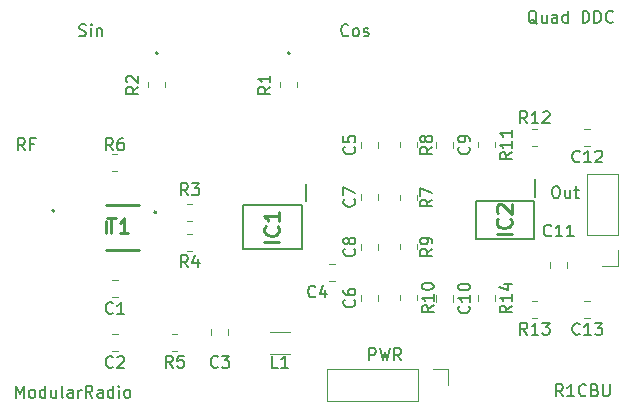
<source format=gbr>
%TF.GenerationSoftware,KiCad,Pcbnew,5.1.9-5.1.9*%
%TF.CreationDate,2021-02-06T15:34:09+03:00*%
%TF.ProjectId,qddc,71646463-2e6b-4696-9361-645f70636258,rev?*%
%TF.SameCoordinates,Original*%
%TF.FileFunction,Legend,Top*%
%TF.FilePolarity,Positive*%
%FSLAX46Y46*%
G04 Gerber Fmt 4.6, Leading zero omitted, Abs format (unit mm)*
G04 Created by KiCad (PCBNEW 5.1.9-5.1.9) date 2021-02-06 15:34:09*
%MOMM*%
%LPD*%
G01*
G04 APERTURE LIST*
%ADD10C,0.150000*%
%ADD11C,0.200000*%
%ADD12C,0.120000*%
%ADD13C,0.254000*%
%ADD14C,0.250000*%
G04 APERTURE END LIST*
D10*
X147510857Y-88812619D02*
X147415619Y-88765000D01*
X147320380Y-88669761D01*
X147177523Y-88526904D01*
X147082285Y-88479285D01*
X146987047Y-88479285D01*
X147034666Y-88717380D02*
X146939428Y-88669761D01*
X146844190Y-88574523D01*
X146796571Y-88384047D01*
X146796571Y-88050714D01*
X146844190Y-87860238D01*
X146939428Y-87765000D01*
X147034666Y-87717380D01*
X147225142Y-87717380D01*
X147320380Y-87765000D01*
X147415619Y-87860238D01*
X147463238Y-88050714D01*
X147463238Y-88384047D01*
X147415619Y-88574523D01*
X147320380Y-88669761D01*
X147225142Y-88717380D01*
X147034666Y-88717380D01*
X148320380Y-88050714D02*
X148320380Y-88717380D01*
X147891809Y-88050714D02*
X147891809Y-88574523D01*
X147939428Y-88669761D01*
X148034666Y-88717380D01*
X148177523Y-88717380D01*
X148272761Y-88669761D01*
X148320380Y-88622142D01*
X149225142Y-88717380D02*
X149225142Y-88193571D01*
X149177523Y-88098333D01*
X149082285Y-88050714D01*
X148891809Y-88050714D01*
X148796571Y-88098333D01*
X149225142Y-88669761D02*
X149129904Y-88717380D01*
X148891809Y-88717380D01*
X148796571Y-88669761D01*
X148748952Y-88574523D01*
X148748952Y-88479285D01*
X148796571Y-88384047D01*
X148891809Y-88336428D01*
X149129904Y-88336428D01*
X149225142Y-88288809D01*
X150129904Y-88717380D02*
X150129904Y-87717380D01*
X150129904Y-88669761D02*
X150034666Y-88717380D01*
X149844190Y-88717380D01*
X149748952Y-88669761D01*
X149701333Y-88622142D01*
X149653714Y-88526904D01*
X149653714Y-88241190D01*
X149701333Y-88145952D01*
X149748952Y-88098333D01*
X149844190Y-88050714D01*
X150034666Y-88050714D01*
X150129904Y-88098333D01*
X151368000Y-88717380D02*
X151368000Y-87717380D01*
X151606095Y-87717380D01*
X151748952Y-87765000D01*
X151844190Y-87860238D01*
X151891809Y-87955476D01*
X151939428Y-88145952D01*
X151939428Y-88288809D01*
X151891809Y-88479285D01*
X151844190Y-88574523D01*
X151748952Y-88669761D01*
X151606095Y-88717380D01*
X151368000Y-88717380D01*
X152368000Y-88717380D02*
X152368000Y-87717380D01*
X152606095Y-87717380D01*
X152748952Y-87765000D01*
X152844190Y-87860238D01*
X152891809Y-87955476D01*
X152939428Y-88145952D01*
X152939428Y-88288809D01*
X152891809Y-88479285D01*
X152844190Y-88574523D01*
X152748952Y-88669761D01*
X152606095Y-88717380D01*
X152368000Y-88717380D01*
X153939428Y-88622142D02*
X153891809Y-88669761D01*
X153748952Y-88717380D01*
X153653714Y-88717380D01*
X153510857Y-88669761D01*
X153415619Y-88574523D01*
X153368000Y-88479285D01*
X153320380Y-88288809D01*
X153320380Y-88145952D01*
X153368000Y-87955476D01*
X153415619Y-87860238D01*
X153510857Y-87765000D01*
X153653714Y-87717380D01*
X153748952Y-87717380D01*
X153891809Y-87765000D01*
X153939428Y-87812619D01*
X149693523Y-120340380D02*
X149360190Y-119864190D01*
X149122095Y-120340380D02*
X149122095Y-119340380D01*
X149503047Y-119340380D01*
X149598285Y-119388000D01*
X149645904Y-119435619D01*
X149693523Y-119530857D01*
X149693523Y-119673714D01*
X149645904Y-119768952D01*
X149598285Y-119816571D01*
X149503047Y-119864190D01*
X149122095Y-119864190D01*
X150645904Y-120340380D02*
X150074476Y-120340380D01*
X150360190Y-120340380D02*
X150360190Y-119340380D01*
X150264952Y-119483238D01*
X150169714Y-119578476D01*
X150074476Y-119626095D01*
X151645904Y-120245142D02*
X151598285Y-120292761D01*
X151455428Y-120340380D01*
X151360190Y-120340380D01*
X151217333Y-120292761D01*
X151122095Y-120197523D01*
X151074476Y-120102285D01*
X151026857Y-119911809D01*
X151026857Y-119768952D01*
X151074476Y-119578476D01*
X151122095Y-119483238D01*
X151217333Y-119388000D01*
X151360190Y-119340380D01*
X151455428Y-119340380D01*
X151598285Y-119388000D01*
X151645904Y-119435619D01*
X152407809Y-119816571D02*
X152550666Y-119864190D01*
X152598285Y-119911809D01*
X152645904Y-120007047D01*
X152645904Y-120149904D01*
X152598285Y-120245142D01*
X152550666Y-120292761D01*
X152455428Y-120340380D01*
X152074476Y-120340380D01*
X152074476Y-119340380D01*
X152407809Y-119340380D01*
X152503047Y-119388000D01*
X152550666Y-119435619D01*
X152598285Y-119530857D01*
X152598285Y-119626095D01*
X152550666Y-119721333D01*
X152503047Y-119768952D01*
X152407809Y-119816571D01*
X152074476Y-119816571D01*
X153074476Y-119340380D02*
X153074476Y-120149904D01*
X153122095Y-120245142D01*
X153169714Y-120292761D01*
X153264952Y-120340380D01*
X153455428Y-120340380D01*
X153550666Y-120292761D01*
X153598285Y-120245142D01*
X153645904Y-120149904D01*
X153645904Y-119340380D01*
X103394476Y-120467380D02*
X103394476Y-119467380D01*
X103727809Y-120181666D01*
X104061142Y-119467380D01*
X104061142Y-120467380D01*
X104680190Y-120467380D02*
X104584952Y-120419761D01*
X104537333Y-120372142D01*
X104489714Y-120276904D01*
X104489714Y-119991190D01*
X104537333Y-119895952D01*
X104584952Y-119848333D01*
X104680190Y-119800714D01*
X104823047Y-119800714D01*
X104918285Y-119848333D01*
X104965904Y-119895952D01*
X105013523Y-119991190D01*
X105013523Y-120276904D01*
X104965904Y-120372142D01*
X104918285Y-120419761D01*
X104823047Y-120467380D01*
X104680190Y-120467380D01*
X105870666Y-120467380D02*
X105870666Y-119467380D01*
X105870666Y-120419761D02*
X105775428Y-120467380D01*
X105584952Y-120467380D01*
X105489714Y-120419761D01*
X105442095Y-120372142D01*
X105394476Y-120276904D01*
X105394476Y-119991190D01*
X105442095Y-119895952D01*
X105489714Y-119848333D01*
X105584952Y-119800714D01*
X105775428Y-119800714D01*
X105870666Y-119848333D01*
X106775428Y-119800714D02*
X106775428Y-120467380D01*
X106346857Y-119800714D02*
X106346857Y-120324523D01*
X106394476Y-120419761D01*
X106489714Y-120467380D01*
X106632571Y-120467380D01*
X106727809Y-120419761D01*
X106775428Y-120372142D01*
X107394476Y-120467380D02*
X107299238Y-120419761D01*
X107251619Y-120324523D01*
X107251619Y-119467380D01*
X108204000Y-120467380D02*
X108204000Y-119943571D01*
X108156380Y-119848333D01*
X108061142Y-119800714D01*
X107870666Y-119800714D01*
X107775428Y-119848333D01*
X108204000Y-120419761D02*
X108108761Y-120467380D01*
X107870666Y-120467380D01*
X107775428Y-120419761D01*
X107727809Y-120324523D01*
X107727809Y-120229285D01*
X107775428Y-120134047D01*
X107870666Y-120086428D01*
X108108761Y-120086428D01*
X108204000Y-120038809D01*
X108680190Y-120467380D02*
X108680190Y-119800714D01*
X108680190Y-119991190D02*
X108727809Y-119895952D01*
X108775428Y-119848333D01*
X108870666Y-119800714D01*
X108965904Y-119800714D01*
X109870666Y-120467380D02*
X109537333Y-119991190D01*
X109299238Y-120467380D02*
X109299238Y-119467380D01*
X109680190Y-119467380D01*
X109775428Y-119515000D01*
X109823047Y-119562619D01*
X109870666Y-119657857D01*
X109870666Y-119800714D01*
X109823047Y-119895952D01*
X109775428Y-119943571D01*
X109680190Y-119991190D01*
X109299238Y-119991190D01*
X110727809Y-120467380D02*
X110727809Y-119943571D01*
X110680190Y-119848333D01*
X110584952Y-119800714D01*
X110394476Y-119800714D01*
X110299238Y-119848333D01*
X110727809Y-120419761D02*
X110632571Y-120467380D01*
X110394476Y-120467380D01*
X110299238Y-120419761D01*
X110251619Y-120324523D01*
X110251619Y-120229285D01*
X110299238Y-120134047D01*
X110394476Y-120086428D01*
X110632571Y-120086428D01*
X110727809Y-120038809D01*
X111632571Y-120467380D02*
X111632571Y-119467380D01*
X111632571Y-120419761D02*
X111537333Y-120467380D01*
X111346857Y-120467380D01*
X111251619Y-120419761D01*
X111204000Y-120372142D01*
X111156380Y-120276904D01*
X111156380Y-119991190D01*
X111204000Y-119895952D01*
X111251619Y-119848333D01*
X111346857Y-119800714D01*
X111537333Y-119800714D01*
X111632571Y-119848333D01*
X112108761Y-120467380D02*
X112108761Y-119800714D01*
X112108761Y-119467380D02*
X112061142Y-119515000D01*
X112108761Y-119562619D01*
X112156380Y-119515000D01*
X112108761Y-119467380D01*
X112108761Y-119562619D01*
X112727809Y-120467380D02*
X112632571Y-120419761D01*
X112584952Y-120372142D01*
X112537333Y-120276904D01*
X112537333Y-119991190D01*
X112584952Y-119895952D01*
X112632571Y-119848333D01*
X112727809Y-119800714D01*
X112870666Y-119800714D01*
X112965904Y-119848333D01*
X113013523Y-119895952D01*
X113061142Y-119991190D01*
X113061142Y-120276904D01*
X113013523Y-120372142D01*
X112965904Y-120419761D01*
X112870666Y-120467380D01*
X112727809Y-120467380D01*
D11*
%TO.C,Cos*%
X126592000Y-91300000D02*
G75*
G03*
X126592000Y-91300000I-100000J0D01*
G01*
%TO.C,Sin*%
X115416000Y-91300000D02*
G75*
G03*
X115416000Y-91300000I-100000J0D01*
G01*
%TO.C,RF*%
X106640000Y-104648000D02*
G75*
G03*
X106640000Y-104648000I-100000J0D01*
G01*
D12*
%TO.C,Out*%
X154365000Y-101540000D02*
X151705000Y-101540000D01*
X154365000Y-106680000D02*
X154365000Y-101540000D01*
X151705000Y-106680000D02*
X151705000Y-101540000D01*
X154365000Y-106680000D02*
X151705000Y-106680000D01*
X154365000Y-107950000D02*
X154365000Y-109280000D01*
X154365000Y-109280000D02*
X153035000Y-109280000D01*
%TO.C,C5*%
X132615000Y-99321252D02*
X132615000Y-98798748D01*
X134085000Y-99321252D02*
X134085000Y-98798748D01*
D11*
%TO.C,IC2*%
X147360000Y-101935000D02*
X147360000Y-103462000D01*
X142328000Y-103812000D02*
X147232000Y-103812000D01*
X142328000Y-107008000D02*
X142328000Y-103812000D01*
X147232000Y-107008000D02*
X142328000Y-107008000D01*
X147232000Y-103812000D02*
X147232000Y-107008000D01*
D12*
%TO.C,C1*%
X112021252Y-111987000D02*
X111498748Y-111987000D01*
X112021252Y-110517000D02*
X111498748Y-110517000D01*
%TO.C,C2*%
X112021252Y-115089000D02*
X111498748Y-115089000D01*
X112021252Y-116559000D02*
X111498748Y-116559000D01*
%TO.C,C3*%
X121385000Y-115196252D02*
X121385000Y-114673748D01*
X119915000Y-115196252D02*
X119915000Y-114673748D01*
%TO.C,C4*%
X130436252Y-109120000D02*
X129913748Y-109120000D01*
X130436252Y-110590000D02*
X129913748Y-110590000D01*
%TO.C,C6*%
X132615000Y-112275252D02*
X132615000Y-111752748D01*
X134085000Y-112275252D02*
X134085000Y-111752748D01*
%TO.C,C7*%
X134085000Y-103766252D02*
X134085000Y-103243748D01*
X132615000Y-103766252D02*
X132615000Y-103243748D01*
%TO.C,C8*%
X132615000Y-107957252D02*
X132615000Y-107434748D01*
X134085000Y-107957252D02*
X134085000Y-107434748D01*
%TO.C,C9*%
X140435000Y-98798748D02*
X140435000Y-99321252D01*
X138965000Y-98798748D02*
X138965000Y-99321252D01*
%TO.C,C10*%
X138965000Y-111813748D02*
X138965000Y-112336252D01*
X140435000Y-111813748D02*
X140435000Y-112336252D01*
%TO.C,C11*%
X148617000Y-109481252D02*
X148617000Y-108958748D01*
X150087000Y-109481252D02*
X150087000Y-108958748D01*
%TO.C,C12*%
X152026252Y-97690000D02*
X151503748Y-97690000D01*
X152026252Y-99160000D02*
X151503748Y-99160000D01*
%TO.C,C13*%
X152026252Y-113765000D02*
X151503748Y-113765000D01*
X152026252Y-112295000D02*
X151503748Y-112295000D01*
D11*
%TO.C,IC1*%
X127945000Y-102395000D02*
X127945000Y-103845000D01*
X122595000Y-104195000D02*
X127595000Y-104195000D01*
X122595000Y-107895000D02*
X122595000Y-104195000D01*
X127595000Y-107895000D02*
X122595000Y-107895000D01*
X127595000Y-104195000D02*
X127595000Y-107895000D01*
D12*
%TO.C,PWR*%
X129734000Y-118050000D02*
X129734000Y-120710000D01*
X137414000Y-118050000D02*
X129734000Y-118050000D01*
X137414000Y-120710000D02*
X129734000Y-120710000D01*
X137414000Y-118050000D02*
X137414000Y-120710000D01*
X138684000Y-118050000D02*
X140014000Y-118050000D01*
X140014000Y-118050000D02*
X140014000Y-119380000D01*
%TO.C,L1*%
X124894758Y-114914000D02*
X126565242Y-114914000D01*
X124894758Y-116734000D02*
X126565242Y-116734000D01*
%TO.C,R1*%
X127227000Y-94207064D02*
X127227000Y-93752936D01*
X125757000Y-94207064D02*
X125757000Y-93752936D01*
%TO.C,R2*%
X114581000Y-94207064D02*
X114581000Y-93752936D01*
X116051000Y-94207064D02*
X116051000Y-93752936D01*
%TO.C,R3*%
X118337064Y-105510000D02*
X117882936Y-105510000D01*
X118337064Y-104040000D02*
X117882936Y-104040000D01*
%TO.C,R4*%
X118337064Y-106580000D02*
X117882936Y-106580000D01*
X118337064Y-108050000D02*
X117882936Y-108050000D01*
%TO.C,R5*%
X117067064Y-115089000D02*
X116612936Y-115089000D01*
X117067064Y-116559000D02*
X116612936Y-116559000D01*
%TO.C,R6*%
X111987064Y-101319000D02*
X111532936Y-101319000D01*
X111987064Y-99849000D02*
X111532936Y-99849000D01*
%TO.C,R7*%
X135917000Y-103755564D02*
X135917000Y-103301436D01*
X137387000Y-103755564D02*
X137387000Y-103301436D01*
%TO.C,R8*%
X137387000Y-99287064D02*
X137387000Y-98832936D01*
X135917000Y-99287064D02*
X135917000Y-98832936D01*
%TO.C,R9*%
X137387000Y-107468936D02*
X137387000Y-107923064D01*
X135917000Y-107468936D02*
X135917000Y-107923064D01*
%TO.C,R10*%
X135917000Y-111786936D02*
X135917000Y-112241064D01*
X137387000Y-111786936D02*
X137387000Y-112241064D01*
%TO.C,R11*%
X142521000Y-98832936D02*
X142521000Y-99287064D01*
X143991000Y-98832936D02*
X143991000Y-99287064D01*
%TO.C,R12*%
X147092936Y-97690000D02*
X147547064Y-97690000D01*
X147092936Y-99160000D02*
X147547064Y-99160000D01*
%TO.C,R13*%
X147547064Y-112295000D02*
X147092936Y-112295000D01*
X147547064Y-113765000D02*
X147092936Y-113765000D01*
%TO.C,R14*%
X142521000Y-112264564D02*
X142521000Y-111810436D01*
X143991000Y-112264564D02*
X143991000Y-111810436D01*
D13*
%TO.C,T1*%
X115234950Y-104775000D02*
G75*
G03*
X115234950Y-104775000I-63950J0D01*
G01*
D14*
X111000000Y-105545000D02*
X111000000Y-106545000D01*
X113790000Y-107950000D02*
X111000000Y-107950000D01*
X111000000Y-104140000D02*
X113790000Y-104140000D01*
%TD*%
%TO.C,Cos*%
D10*
X131532380Y-89765142D02*
X131484761Y-89812761D01*
X131341904Y-89860380D01*
X131246666Y-89860380D01*
X131103809Y-89812761D01*
X131008571Y-89717523D01*
X130960952Y-89622285D01*
X130913333Y-89431809D01*
X130913333Y-89288952D01*
X130960952Y-89098476D01*
X131008571Y-89003238D01*
X131103809Y-88908000D01*
X131246666Y-88860380D01*
X131341904Y-88860380D01*
X131484761Y-88908000D01*
X131532380Y-88955619D01*
X132103809Y-89860380D02*
X132008571Y-89812761D01*
X131960952Y-89765142D01*
X131913333Y-89669904D01*
X131913333Y-89384190D01*
X131960952Y-89288952D01*
X132008571Y-89241333D01*
X132103809Y-89193714D01*
X132246666Y-89193714D01*
X132341904Y-89241333D01*
X132389523Y-89288952D01*
X132437142Y-89384190D01*
X132437142Y-89669904D01*
X132389523Y-89765142D01*
X132341904Y-89812761D01*
X132246666Y-89860380D01*
X132103809Y-89860380D01*
X132818095Y-89812761D02*
X132913333Y-89860380D01*
X133103809Y-89860380D01*
X133199047Y-89812761D01*
X133246666Y-89717523D01*
X133246666Y-89669904D01*
X133199047Y-89574666D01*
X133103809Y-89527047D01*
X132960952Y-89527047D01*
X132865714Y-89479428D01*
X132818095Y-89384190D01*
X132818095Y-89336571D01*
X132865714Y-89241333D01*
X132960952Y-89193714D01*
X133103809Y-89193714D01*
X133199047Y-89241333D01*
%TO.C,Sin*%
X108751809Y-89812761D02*
X108894666Y-89860380D01*
X109132761Y-89860380D01*
X109228000Y-89812761D01*
X109275619Y-89765142D01*
X109323238Y-89669904D01*
X109323238Y-89574666D01*
X109275619Y-89479428D01*
X109228000Y-89431809D01*
X109132761Y-89384190D01*
X108942285Y-89336571D01*
X108847047Y-89288952D01*
X108799428Y-89241333D01*
X108751809Y-89146095D01*
X108751809Y-89050857D01*
X108799428Y-88955619D01*
X108847047Y-88908000D01*
X108942285Y-88860380D01*
X109180380Y-88860380D01*
X109323238Y-88908000D01*
X109751809Y-89860380D02*
X109751809Y-89193714D01*
X109751809Y-88860380D02*
X109704190Y-88908000D01*
X109751809Y-88955619D01*
X109799428Y-88908000D01*
X109751809Y-88860380D01*
X109751809Y-88955619D01*
X110228000Y-89193714D02*
X110228000Y-89860380D01*
X110228000Y-89288952D02*
X110275619Y-89241333D01*
X110370857Y-89193714D01*
X110513714Y-89193714D01*
X110608952Y-89241333D01*
X110656571Y-89336571D01*
X110656571Y-89860380D01*
%TO.C,RF*%
X104147952Y-99512380D02*
X103814619Y-99036190D01*
X103576523Y-99512380D02*
X103576523Y-98512380D01*
X103957476Y-98512380D01*
X104052714Y-98560000D01*
X104100333Y-98607619D01*
X104147952Y-98702857D01*
X104147952Y-98845714D01*
X104100333Y-98940952D01*
X104052714Y-98988571D01*
X103957476Y-99036190D01*
X103576523Y-99036190D01*
X104909857Y-98988571D02*
X104576523Y-98988571D01*
X104576523Y-99512380D02*
X104576523Y-98512380D01*
X105052714Y-98512380D01*
%TO.C,Out*%
X149026666Y-102576380D02*
X149217142Y-102576380D01*
X149312380Y-102624000D01*
X149407619Y-102719238D01*
X149455238Y-102909714D01*
X149455238Y-103243047D01*
X149407619Y-103433523D01*
X149312380Y-103528761D01*
X149217142Y-103576380D01*
X149026666Y-103576380D01*
X148931428Y-103528761D01*
X148836190Y-103433523D01*
X148788571Y-103243047D01*
X148788571Y-102909714D01*
X148836190Y-102719238D01*
X148931428Y-102624000D01*
X149026666Y-102576380D01*
X150312380Y-102909714D02*
X150312380Y-103576380D01*
X149883809Y-102909714D02*
X149883809Y-103433523D01*
X149931428Y-103528761D01*
X150026666Y-103576380D01*
X150169523Y-103576380D01*
X150264761Y-103528761D01*
X150312380Y-103481142D01*
X150645714Y-102909714D02*
X151026666Y-102909714D01*
X150788571Y-102576380D02*
X150788571Y-103433523D01*
X150836190Y-103528761D01*
X150931428Y-103576380D01*
X151026666Y-103576380D01*
%TO.C,C5*%
X132027142Y-99226666D02*
X132074761Y-99274285D01*
X132122380Y-99417142D01*
X132122380Y-99512380D01*
X132074761Y-99655238D01*
X131979523Y-99750476D01*
X131884285Y-99798095D01*
X131693809Y-99845714D01*
X131550952Y-99845714D01*
X131360476Y-99798095D01*
X131265238Y-99750476D01*
X131170000Y-99655238D01*
X131122380Y-99512380D01*
X131122380Y-99417142D01*
X131170000Y-99274285D01*
X131217619Y-99226666D01*
X131122380Y-98321904D02*
X131122380Y-98798095D01*
X131598571Y-98845714D01*
X131550952Y-98798095D01*
X131503333Y-98702857D01*
X131503333Y-98464761D01*
X131550952Y-98369523D01*
X131598571Y-98321904D01*
X131693809Y-98274285D01*
X131931904Y-98274285D01*
X132027142Y-98321904D01*
X132074761Y-98369523D01*
X132122380Y-98464761D01*
X132122380Y-98702857D01*
X132074761Y-98798095D01*
X132027142Y-98845714D01*
%TO.C,IC2*%
D13*
X145354523Y-106649761D02*
X144084523Y-106649761D01*
X145233571Y-105319285D02*
X145294047Y-105379761D01*
X145354523Y-105561190D01*
X145354523Y-105682142D01*
X145294047Y-105863571D01*
X145173095Y-105984523D01*
X145052142Y-106045000D01*
X144810238Y-106105476D01*
X144628809Y-106105476D01*
X144386904Y-106045000D01*
X144265952Y-105984523D01*
X144145000Y-105863571D01*
X144084523Y-105682142D01*
X144084523Y-105561190D01*
X144145000Y-105379761D01*
X144205476Y-105319285D01*
X144205476Y-104835476D02*
X144145000Y-104775000D01*
X144084523Y-104654047D01*
X144084523Y-104351666D01*
X144145000Y-104230714D01*
X144205476Y-104170238D01*
X144326428Y-104109761D01*
X144447380Y-104109761D01*
X144628809Y-104170238D01*
X145354523Y-104895952D01*
X145354523Y-104109761D01*
%TO.C,C1*%
D10*
X111593333Y-113289142D02*
X111545714Y-113336761D01*
X111402857Y-113384380D01*
X111307619Y-113384380D01*
X111164761Y-113336761D01*
X111069523Y-113241523D01*
X111021904Y-113146285D01*
X110974285Y-112955809D01*
X110974285Y-112812952D01*
X111021904Y-112622476D01*
X111069523Y-112527238D01*
X111164761Y-112432000D01*
X111307619Y-112384380D01*
X111402857Y-112384380D01*
X111545714Y-112432000D01*
X111593333Y-112479619D01*
X112545714Y-113384380D02*
X111974285Y-113384380D01*
X112260000Y-113384380D02*
X112260000Y-112384380D01*
X112164761Y-112527238D01*
X112069523Y-112622476D01*
X111974285Y-112670095D01*
%TO.C,C2*%
X111593333Y-117861142D02*
X111545714Y-117908761D01*
X111402857Y-117956380D01*
X111307619Y-117956380D01*
X111164761Y-117908761D01*
X111069523Y-117813523D01*
X111021904Y-117718285D01*
X110974285Y-117527809D01*
X110974285Y-117384952D01*
X111021904Y-117194476D01*
X111069523Y-117099238D01*
X111164761Y-117004000D01*
X111307619Y-116956380D01*
X111402857Y-116956380D01*
X111545714Y-117004000D01*
X111593333Y-117051619D01*
X111974285Y-117051619D02*
X112021904Y-117004000D01*
X112117142Y-116956380D01*
X112355238Y-116956380D01*
X112450476Y-117004000D01*
X112498095Y-117051619D01*
X112545714Y-117146857D01*
X112545714Y-117242095D01*
X112498095Y-117384952D01*
X111926666Y-117956380D01*
X112545714Y-117956380D01*
%TO.C,C3*%
X120483333Y-117832142D02*
X120435714Y-117879761D01*
X120292857Y-117927380D01*
X120197619Y-117927380D01*
X120054761Y-117879761D01*
X119959523Y-117784523D01*
X119911904Y-117689285D01*
X119864285Y-117498809D01*
X119864285Y-117355952D01*
X119911904Y-117165476D01*
X119959523Y-117070238D01*
X120054761Y-116975000D01*
X120197619Y-116927380D01*
X120292857Y-116927380D01*
X120435714Y-116975000D01*
X120483333Y-117022619D01*
X120816666Y-116927380D02*
X121435714Y-116927380D01*
X121102380Y-117308333D01*
X121245238Y-117308333D01*
X121340476Y-117355952D01*
X121388095Y-117403571D01*
X121435714Y-117498809D01*
X121435714Y-117736904D01*
X121388095Y-117832142D01*
X121340476Y-117879761D01*
X121245238Y-117927380D01*
X120959523Y-117927380D01*
X120864285Y-117879761D01*
X120816666Y-117832142D01*
%TO.C,C4*%
X128738333Y-111892142D02*
X128690714Y-111939761D01*
X128547857Y-111987380D01*
X128452619Y-111987380D01*
X128309761Y-111939761D01*
X128214523Y-111844523D01*
X128166904Y-111749285D01*
X128119285Y-111558809D01*
X128119285Y-111415952D01*
X128166904Y-111225476D01*
X128214523Y-111130238D01*
X128309761Y-111035000D01*
X128452619Y-110987380D01*
X128547857Y-110987380D01*
X128690714Y-111035000D01*
X128738333Y-111082619D01*
X129595476Y-111320714D02*
X129595476Y-111987380D01*
X129357380Y-110939761D02*
X129119285Y-111654047D01*
X129738333Y-111654047D01*
%TO.C,C6*%
X132027142Y-112180666D02*
X132074761Y-112228285D01*
X132122380Y-112371142D01*
X132122380Y-112466380D01*
X132074761Y-112609238D01*
X131979523Y-112704476D01*
X131884285Y-112752095D01*
X131693809Y-112799714D01*
X131550952Y-112799714D01*
X131360476Y-112752095D01*
X131265238Y-112704476D01*
X131170000Y-112609238D01*
X131122380Y-112466380D01*
X131122380Y-112371142D01*
X131170000Y-112228285D01*
X131217619Y-112180666D01*
X131122380Y-111323523D02*
X131122380Y-111514000D01*
X131170000Y-111609238D01*
X131217619Y-111656857D01*
X131360476Y-111752095D01*
X131550952Y-111799714D01*
X131931904Y-111799714D01*
X132027142Y-111752095D01*
X132074761Y-111704476D01*
X132122380Y-111609238D01*
X132122380Y-111418761D01*
X132074761Y-111323523D01*
X132027142Y-111275904D01*
X131931904Y-111228285D01*
X131693809Y-111228285D01*
X131598571Y-111275904D01*
X131550952Y-111323523D01*
X131503333Y-111418761D01*
X131503333Y-111609238D01*
X131550952Y-111704476D01*
X131598571Y-111752095D01*
X131693809Y-111799714D01*
%TO.C,C7*%
X132027142Y-103671666D02*
X132074761Y-103719285D01*
X132122380Y-103862142D01*
X132122380Y-103957380D01*
X132074761Y-104100238D01*
X131979523Y-104195476D01*
X131884285Y-104243095D01*
X131693809Y-104290714D01*
X131550952Y-104290714D01*
X131360476Y-104243095D01*
X131265238Y-104195476D01*
X131170000Y-104100238D01*
X131122380Y-103957380D01*
X131122380Y-103862142D01*
X131170000Y-103719285D01*
X131217619Y-103671666D01*
X131122380Y-103338333D02*
X131122380Y-102671666D01*
X132122380Y-103100238D01*
%TO.C,C8*%
X132027142Y-107862666D02*
X132074761Y-107910285D01*
X132122380Y-108053142D01*
X132122380Y-108148380D01*
X132074761Y-108291238D01*
X131979523Y-108386476D01*
X131884285Y-108434095D01*
X131693809Y-108481714D01*
X131550952Y-108481714D01*
X131360476Y-108434095D01*
X131265238Y-108386476D01*
X131170000Y-108291238D01*
X131122380Y-108148380D01*
X131122380Y-108053142D01*
X131170000Y-107910285D01*
X131217619Y-107862666D01*
X131550952Y-107291238D02*
X131503333Y-107386476D01*
X131455714Y-107434095D01*
X131360476Y-107481714D01*
X131312857Y-107481714D01*
X131217619Y-107434095D01*
X131170000Y-107386476D01*
X131122380Y-107291238D01*
X131122380Y-107100761D01*
X131170000Y-107005523D01*
X131217619Y-106957904D01*
X131312857Y-106910285D01*
X131360476Y-106910285D01*
X131455714Y-106957904D01*
X131503333Y-107005523D01*
X131550952Y-107100761D01*
X131550952Y-107291238D01*
X131598571Y-107386476D01*
X131646190Y-107434095D01*
X131741428Y-107481714D01*
X131931904Y-107481714D01*
X132027142Y-107434095D01*
X132074761Y-107386476D01*
X132122380Y-107291238D01*
X132122380Y-107100761D01*
X132074761Y-107005523D01*
X132027142Y-106957904D01*
X131931904Y-106910285D01*
X131741428Y-106910285D01*
X131646190Y-106957904D01*
X131598571Y-107005523D01*
X131550952Y-107100761D01*
%TO.C,C9*%
X141737142Y-99226666D02*
X141784761Y-99274285D01*
X141832380Y-99417142D01*
X141832380Y-99512380D01*
X141784761Y-99655238D01*
X141689523Y-99750476D01*
X141594285Y-99798095D01*
X141403809Y-99845714D01*
X141260952Y-99845714D01*
X141070476Y-99798095D01*
X140975238Y-99750476D01*
X140880000Y-99655238D01*
X140832380Y-99512380D01*
X140832380Y-99417142D01*
X140880000Y-99274285D01*
X140927619Y-99226666D01*
X141832380Y-98750476D02*
X141832380Y-98560000D01*
X141784761Y-98464761D01*
X141737142Y-98417142D01*
X141594285Y-98321904D01*
X141403809Y-98274285D01*
X141022857Y-98274285D01*
X140927619Y-98321904D01*
X140880000Y-98369523D01*
X140832380Y-98464761D01*
X140832380Y-98655238D01*
X140880000Y-98750476D01*
X140927619Y-98798095D01*
X141022857Y-98845714D01*
X141260952Y-98845714D01*
X141356190Y-98798095D01*
X141403809Y-98750476D01*
X141451428Y-98655238D01*
X141451428Y-98464761D01*
X141403809Y-98369523D01*
X141356190Y-98321904D01*
X141260952Y-98274285D01*
%TO.C,C10*%
X141737142Y-112717857D02*
X141784761Y-112765476D01*
X141832380Y-112908333D01*
X141832380Y-113003571D01*
X141784761Y-113146428D01*
X141689523Y-113241666D01*
X141594285Y-113289285D01*
X141403809Y-113336904D01*
X141260952Y-113336904D01*
X141070476Y-113289285D01*
X140975238Y-113241666D01*
X140880000Y-113146428D01*
X140832380Y-113003571D01*
X140832380Y-112908333D01*
X140880000Y-112765476D01*
X140927619Y-112717857D01*
X141832380Y-111765476D02*
X141832380Y-112336904D01*
X141832380Y-112051190D02*
X140832380Y-112051190D01*
X140975238Y-112146428D01*
X141070476Y-112241666D01*
X141118095Y-112336904D01*
X140832380Y-111146428D02*
X140832380Y-111051190D01*
X140880000Y-110955952D01*
X140927619Y-110908333D01*
X141022857Y-110860714D01*
X141213333Y-110813095D01*
X141451428Y-110813095D01*
X141641904Y-110860714D01*
X141737142Y-110908333D01*
X141784761Y-110955952D01*
X141832380Y-111051190D01*
X141832380Y-111146428D01*
X141784761Y-111241666D01*
X141737142Y-111289285D01*
X141641904Y-111336904D01*
X141451428Y-111384523D01*
X141213333Y-111384523D01*
X141022857Y-111336904D01*
X140927619Y-111289285D01*
X140880000Y-111241666D01*
X140832380Y-111146428D01*
%TO.C,C11*%
X148709142Y-106722142D02*
X148661523Y-106769761D01*
X148518666Y-106817380D01*
X148423428Y-106817380D01*
X148280571Y-106769761D01*
X148185333Y-106674523D01*
X148137714Y-106579285D01*
X148090095Y-106388809D01*
X148090095Y-106245952D01*
X148137714Y-106055476D01*
X148185333Y-105960238D01*
X148280571Y-105865000D01*
X148423428Y-105817380D01*
X148518666Y-105817380D01*
X148661523Y-105865000D01*
X148709142Y-105912619D01*
X149661523Y-106817380D02*
X149090095Y-106817380D01*
X149375809Y-106817380D02*
X149375809Y-105817380D01*
X149280571Y-105960238D01*
X149185333Y-106055476D01*
X149090095Y-106103095D01*
X150613904Y-106817380D02*
X150042476Y-106817380D01*
X150328190Y-106817380D02*
X150328190Y-105817380D01*
X150232952Y-105960238D01*
X150137714Y-106055476D01*
X150042476Y-106103095D01*
%TO.C,C12*%
X151122142Y-100462142D02*
X151074523Y-100509761D01*
X150931666Y-100557380D01*
X150836428Y-100557380D01*
X150693571Y-100509761D01*
X150598333Y-100414523D01*
X150550714Y-100319285D01*
X150503095Y-100128809D01*
X150503095Y-99985952D01*
X150550714Y-99795476D01*
X150598333Y-99700238D01*
X150693571Y-99605000D01*
X150836428Y-99557380D01*
X150931666Y-99557380D01*
X151074523Y-99605000D01*
X151122142Y-99652619D01*
X152074523Y-100557380D02*
X151503095Y-100557380D01*
X151788809Y-100557380D02*
X151788809Y-99557380D01*
X151693571Y-99700238D01*
X151598333Y-99795476D01*
X151503095Y-99843095D01*
X152455476Y-99652619D02*
X152503095Y-99605000D01*
X152598333Y-99557380D01*
X152836428Y-99557380D01*
X152931666Y-99605000D01*
X152979285Y-99652619D01*
X153026904Y-99747857D01*
X153026904Y-99843095D01*
X152979285Y-99985952D01*
X152407857Y-100557380D01*
X153026904Y-100557380D01*
%TO.C,C13*%
X151122142Y-115067142D02*
X151074523Y-115114761D01*
X150931666Y-115162380D01*
X150836428Y-115162380D01*
X150693571Y-115114761D01*
X150598333Y-115019523D01*
X150550714Y-114924285D01*
X150503095Y-114733809D01*
X150503095Y-114590952D01*
X150550714Y-114400476D01*
X150598333Y-114305238D01*
X150693571Y-114210000D01*
X150836428Y-114162380D01*
X150931666Y-114162380D01*
X151074523Y-114210000D01*
X151122142Y-114257619D01*
X152074523Y-115162380D02*
X151503095Y-115162380D01*
X151788809Y-115162380D02*
X151788809Y-114162380D01*
X151693571Y-114305238D01*
X151598333Y-114400476D01*
X151503095Y-114448095D01*
X152407857Y-114162380D02*
X153026904Y-114162380D01*
X152693571Y-114543333D01*
X152836428Y-114543333D01*
X152931666Y-114590952D01*
X152979285Y-114638571D01*
X153026904Y-114733809D01*
X153026904Y-114971904D01*
X152979285Y-115067142D01*
X152931666Y-115114761D01*
X152836428Y-115162380D01*
X152550714Y-115162380D01*
X152455476Y-115114761D01*
X152407857Y-115067142D01*
%TO.C,IC1*%
D13*
X125669523Y-107284761D02*
X124399523Y-107284761D01*
X125548571Y-105954285D02*
X125609047Y-106014761D01*
X125669523Y-106196190D01*
X125669523Y-106317142D01*
X125609047Y-106498571D01*
X125488095Y-106619523D01*
X125367142Y-106680000D01*
X125125238Y-106740476D01*
X124943809Y-106740476D01*
X124701904Y-106680000D01*
X124580952Y-106619523D01*
X124460000Y-106498571D01*
X124399523Y-106317142D01*
X124399523Y-106196190D01*
X124460000Y-106014761D01*
X124520476Y-105954285D01*
X125669523Y-104744761D02*
X125669523Y-105470476D01*
X125669523Y-105107619D02*
X124399523Y-105107619D01*
X124580952Y-105228571D01*
X124701904Y-105349523D01*
X124762380Y-105470476D01*
%TO.C,PWR*%
D10*
X133286666Y-117292380D02*
X133286666Y-116292380D01*
X133667619Y-116292380D01*
X133762857Y-116340000D01*
X133810476Y-116387619D01*
X133858095Y-116482857D01*
X133858095Y-116625714D01*
X133810476Y-116720952D01*
X133762857Y-116768571D01*
X133667619Y-116816190D01*
X133286666Y-116816190D01*
X134191428Y-116292380D02*
X134429523Y-117292380D01*
X134620000Y-116578095D01*
X134810476Y-117292380D01*
X135048571Y-116292380D01*
X136000952Y-117292380D02*
X135667619Y-116816190D01*
X135429523Y-117292380D02*
X135429523Y-116292380D01*
X135810476Y-116292380D01*
X135905714Y-116340000D01*
X135953333Y-116387619D01*
X136000952Y-116482857D01*
X136000952Y-116625714D01*
X135953333Y-116720952D01*
X135905714Y-116768571D01*
X135810476Y-116816190D01*
X135429523Y-116816190D01*
%TO.C,L1*%
X125563333Y-117927380D02*
X125087142Y-117927380D01*
X125087142Y-116927380D01*
X126420476Y-117927380D02*
X125849047Y-117927380D01*
X126134761Y-117927380D02*
X126134761Y-116927380D01*
X126039523Y-117070238D01*
X125944285Y-117165476D01*
X125849047Y-117213095D01*
%TO.C,R1*%
X124912380Y-94146666D02*
X124436190Y-94480000D01*
X124912380Y-94718095D02*
X123912380Y-94718095D01*
X123912380Y-94337142D01*
X123960000Y-94241904D01*
X124007619Y-94194285D01*
X124102857Y-94146666D01*
X124245714Y-94146666D01*
X124340952Y-94194285D01*
X124388571Y-94241904D01*
X124436190Y-94337142D01*
X124436190Y-94718095D01*
X124912380Y-93194285D02*
X124912380Y-93765714D01*
X124912380Y-93480000D02*
X123912380Y-93480000D01*
X124055238Y-93575238D01*
X124150476Y-93670476D01*
X124198095Y-93765714D01*
%TO.C,R2*%
X113736380Y-94146666D02*
X113260190Y-94480000D01*
X113736380Y-94718095D02*
X112736380Y-94718095D01*
X112736380Y-94337142D01*
X112784000Y-94241904D01*
X112831619Y-94194285D01*
X112926857Y-94146666D01*
X113069714Y-94146666D01*
X113164952Y-94194285D01*
X113212571Y-94241904D01*
X113260190Y-94337142D01*
X113260190Y-94718095D01*
X112831619Y-93765714D02*
X112784000Y-93718095D01*
X112736380Y-93622857D01*
X112736380Y-93384761D01*
X112784000Y-93289523D01*
X112831619Y-93241904D01*
X112926857Y-93194285D01*
X113022095Y-93194285D01*
X113164952Y-93241904D01*
X113736380Y-93813333D01*
X113736380Y-93194285D01*
%TO.C,R3*%
X117943333Y-103322380D02*
X117610000Y-102846190D01*
X117371904Y-103322380D02*
X117371904Y-102322380D01*
X117752857Y-102322380D01*
X117848095Y-102370000D01*
X117895714Y-102417619D01*
X117943333Y-102512857D01*
X117943333Y-102655714D01*
X117895714Y-102750952D01*
X117848095Y-102798571D01*
X117752857Y-102846190D01*
X117371904Y-102846190D01*
X118276666Y-102322380D02*
X118895714Y-102322380D01*
X118562380Y-102703333D01*
X118705238Y-102703333D01*
X118800476Y-102750952D01*
X118848095Y-102798571D01*
X118895714Y-102893809D01*
X118895714Y-103131904D01*
X118848095Y-103227142D01*
X118800476Y-103274761D01*
X118705238Y-103322380D01*
X118419523Y-103322380D01*
X118324285Y-103274761D01*
X118276666Y-103227142D01*
%TO.C,R4*%
X117943333Y-109417380D02*
X117610000Y-108941190D01*
X117371904Y-109417380D02*
X117371904Y-108417380D01*
X117752857Y-108417380D01*
X117848095Y-108465000D01*
X117895714Y-108512619D01*
X117943333Y-108607857D01*
X117943333Y-108750714D01*
X117895714Y-108845952D01*
X117848095Y-108893571D01*
X117752857Y-108941190D01*
X117371904Y-108941190D01*
X118800476Y-108750714D02*
X118800476Y-109417380D01*
X118562380Y-108369761D02*
X118324285Y-109084047D01*
X118943333Y-109084047D01*
%TO.C,R5*%
X116673333Y-117926380D02*
X116340000Y-117450190D01*
X116101904Y-117926380D02*
X116101904Y-116926380D01*
X116482857Y-116926380D01*
X116578095Y-116974000D01*
X116625714Y-117021619D01*
X116673333Y-117116857D01*
X116673333Y-117259714D01*
X116625714Y-117354952D01*
X116578095Y-117402571D01*
X116482857Y-117450190D01*
X116101904Y-117450190D01*
X117578095Y-116926380D02*
X117101904Y-116926380D01*
X117054285Y-117402571D01*
X117101904Y-117354952D01*
X117197142Y-117307333D01*
X117435238Y-117307333D01*
X117530476Y-117354952D01*
X117578095Y-117402571D01*
X117625714Y-117497809D01*
X117625714Y-117735904D01*
X117578095Y-117831142D01*
X117530476Y-117878761D01*
X117435238Y-117926380D01*
X117197142Y-117926380D01*
X117101904Y-117878761D01*
X117054285Y-117831142D01*
%TO.C,R6*%
X111593333Y-99512380D02*
X111260000Y-99036190D01*
X111021904Y-99512380D02*
X111021904Y-98512380D01*
X111402857Y-98512380D01*
X111498095Y-98560000D01*
X111545714Y-98607619D01*
X111593333Y-98702857D01*
X111593333Y-98845714D01*
X111545714Y-98940952D01*
X111498095Y-98988571D01*
X111402857Y-99036190D01*
X111021904Y-99036190D01*
X112450476Y-98512380D02*
X112260000Y-98512380D01*
X112164761Y-98560000D01*
X112117142Y-98607619D01*
X112021904Y-98750476D01*
X111974285Y-98940952D01*
X111974285Y-99321904D01*
X112021904Y-99417142D01*
X112069523Y-99464761D01*
X112164761Y-99512380D01*
X112355238Y-99512380D01*
X112450476Y-99464761D01*
X112498095Y-99417142D01*
X112545714Y-99321904D01*
X112545714Y-99083809D01*
X112498095Y-98988571D01*
X112450476Y-98940952D01*
X112355238Y-98893333D01*
X112164761Y-98893333D01*
X112069523Y-98940952D01*
X112021904Y-98988571D01*
X111974285Y-99083809D01*
%TO.C,R7*%
X138628380Y-103695166D02*
X138152190Y-104028500D01*
X138628380Y-104266595D02*
X137628380Y-104266595D01*
X137628380Y-103885642D01*
X137676000Y-103790404D01*
X137723619Y-103742785D01*
X137818857Y-103695166D01*
X137961714Y-103695166D01*
X138056952Y-103742785D01*
X138104571Y-103790404D01*
X138152190Y-103885642D01*
X138152190Y-104266595D01*
X137628380Y-103361833D02*
X137628380Y-102695166D01*
X138628380Y-103123738D01*
%TO.C,R8*%
X138628380Y-99226666D02*
X138152190Y-99560000D01*
X138628380Y-99798095D02*
X137628380Y-99798095D01*
X137628380Y-99417142D01*
X137676000Y-99321904D01*
X137723619Y-99274285D01*
X137818857Y-99226666D01*
X137961714Y-99226666D01*
X138056952Y-99274285D01*
X138104571Y-99321904D01*
X138152190Y-99417142D01*
X138152190Y-99798095D01*
X138056952Y-98655238D02*
X138009333Y-98750476D01*
X137961714Y-98798095D01*
X137866476Y-98845714D01*
X137818857Y-98845714D01*
X137723619Y-98798095D01*
X137676000Y-98750476D01*
X137628380Y-98655238D01*
X137628380Y-98464761D01*
X137676000Y-98369523D01*
X137723619Y-98321904D01*
X137818857Y-98274285D01*
X137866476Y-98274285D01*
X137961714Y-98321904D01*
X138009333Y-98369523D01*
X138056952Y-98464761D01*
X138056952Y-98655238D01*
X138104571Y-98750476D01*
X138152190Y-98798095D01*
X138247428Y-98845714D01*
X138437904Y-98845714D01*
X138533142Y-98798095D01*
X138580761Y-98750476D01*
X138628380Y-98655238D01*
X138628380Y-98464761D01*
X138580761Y-98369523D01*
X138533142Y-98321904D01*
X138437904Y-98274285D01*
X138247428Y-98274285D01*
X138152190Y-98321904D01*
X138104571Y-98369523D01*
X138056952Y-98464761D01*
%TO.C,R9*%
X138628380Y-107862666D02*
X138152190Y-108196000D01*
X138628380Y-108434095D02*
X137628380Y-108434095D01*
X137628380Y-108053142D01*
X137676000Y-107957904D01*
X137723619Y-107910285D01*
X137818857Y-107862666D01*
X137961714Y-107862666D01*
X138056952Y-107910285D01*
X138104571Y-107957904D01*
X138152190Y-108053142D01*
X138152190Y-108434095D01*
X138628380Y-107386476D02*
X138628380Y-107196000D01*
X138580761Y-107100761D01*
X138533142Y-107053142D01*
X138390285Y-106957904D01*
X138199809Y-106910285D01*
X137818857Y-106910285D01*
X137723619Y-106957904D01*
X137676000Y-107005523D01*
X137628380Y-107100761D01*
X137628380Y-107291238D01*
X137676000Y-107386476D01*
X137723619Y-107434095D01*
X137818857Y-107481714D01*
X138056952Y-107481714D01*
X138152190Y-107434095D01*
X138199809Y-107386476D01*
X138247428Y-107291238D01*
X138247428Y-107100761D01*
X138199809Y-107005523D01*
X138152190Y-106957904D01*
X138056952Y-106910285D01*
%TO.C,R10*%
X138754380Y-112656857D02*
X138278190Y-112990190D01*
X138754380Y-113228285D02*
X137754380Y-113228285D01*
X137754380Y-112847333D01*
X137802000Y-112752095D01*
X137849619Y-112704476D01*
X137944857Y-112656857D01*
X138087714Y-112656857D01*
X138182952Y-112704476D01*
X138230571Y-112752095D01*
X138278190Y-112847333D01*
X138278190Y-113228285D01*
X138754380Y-111704476D02*
X138754380Y-112275904D01*
X138754380Y-111990190D02*
X137754380Y-111990190D01*
X137897238Y-112085428D01*
X137992476Y-112180666D01*
X138040095Y-112275904D01*
X137754380Y-111085428D02*
X137754380Y-110990190D01*
X137802000Y-110894952D01*
X137849619Y-110847333D01*
X137944857Y-110799714D01*
X138135333Y-110752095D01*
X138373428Y-110752095D01*
X138563904Y-110799714D01*
X138659142Y-110847333D01*
X138706761Y-110894952D01*
X138754380Y-110990190D01*
X138754380Y-111085428D01*
X138706761Y-111180666D01*
X138659142Y-111228285D01*
X138563904Y-111275904D01*
X138373428Y-111323523D01*
X138135333Y-111323523D01*
X137944857Y-111275904D01*
X137849619Y-111228285D01*
X137802000Y-111180666D01*
X137754380Y-111085428D01*
%TO.C,R11*%
X145358380Y-99702857D02*
X144882190Y-100036190D01*
X145358380Y-100274285D02*
X144358380Y-100274285D01*
X144358380Y-99893333D01*
X144406000Y-99798095D01*
X144453619Y-99750476D01*
X144548857Y-99702857D01*
X144691714Y-99702857D01*
X144786952Y-99750476D01*
X144834571Y-99798095D01*
X144882190Y-99893333D01*
X144882190Y-100274285D01*
X145358380Y-98750476D02*
X145358380Y-99321904D01*
X145358380Y-99036190D02*
X144358380Y-99036190D01*
X144501238Y-99131428D01*
X144596476Y-99226666D01*
X144644095Y-99321904D01*
X145358380Y-97798095D02*
X145358380Y-98369523D01*
X145358380Y-98083809D02*
X144358380Y-98083809D01*
X144501238Y-98179047D01*
X144596476Y-98274285D01*
X144644095Y-98369523D01*
%TO.C,R12*%
X146677142Y-97227380D02*
X146343809Y-96751190D01*
X146105714Y-97227380D02*
X146105714Y-96227380D01*
X146486666Y-96227380D01*
X146581904Y-96275000D01*
X146629523Y-96322619D01*
X146677142Y-96417857D01*
X146677142Y-96560714D01*
X146629523Y-96655952D01*
X146581904Y-96703571D01*
X146486666Y-96751190D01*
X146105714Y-96751190D01*
X147629523Y-97227380D02*
X147058095Y-97227380D01*
X147343809Y-97227380D02*
X147343809Y-96227380D01*
X147248571Y-96370238D01*
X147153333Y-96465476D01*
X147058095Y-96513095D01*
X148010476Y-96322619D02*
X148058095Y-96275000D01*
X148153333Y-96227380D01*
X148391428Y-96227380D01*
X148486666Y-96275000D01*
X148534285Y-96322619D01*
X148581904Y-96417857D01*
X148581904Y-96513095D01*
X148534285Y-96655952D01*
X147962857Y-97227380D01*
X148581904Y-97227380D01*
%TO.C,R13*%
X146677142Y-115132380D02*
X146343809Y-114656190D01*
X146105714Y-115132380D02*
X146105714Y-114132380D01*
X146486666Y-114132380D01*
X146581904Y-114180000D01*
X146629523Y-114227619D01*
X146677142Y-114322857D01*
X146677142Y-114465714D01*
X146629523Y-114560952D01*
X146581904Y-114608571D01*
X146486666Y-114656190D01*
X146105714Y-114656190D01*
X147629523Y-115132380D02*
X147058095Y-115132380D01*
X147343809Y-115132380D02*
X147343809Y-114132380D01*
X147248571Y-114275238D01*
X147153333Y-114370476D01*
X147058095Y-114418095D01*
X147962857Y-114132380D02*
X148581904Y-114132380D01*
X148248571Y-114513333D01*
X148391428Y-114513333D01*
X148486666Y-114560952D01*
X148534285Y-114608571D01*
X148581904Y-114703809D01*
X148581904Y-114941904D01*
X148534285Y-115037142D01*
X148486666Y-115084761D01*
X148391428Y-115132380D01*
X148105714Y-115132380D01*
X148010476Y-115084761D01*
X147962857Y-115037142D01*
%TO.C,R14*%
X145359380Y-112680357D02*
X144883190Y-113013690D01*
X145359380Y-113251785D02*
X144359380Y-113251785D01*
X144359380Y-112870833D01*
X144407000Y-112775595D01*
X144454619Y-112727976D01*
X144549857Y-112680357D01*
X144692714Y-112680357D01*
X144787952Y-112727976D01*
X144835571Y-112775595D01*
X144883190Y-112870833D01*
X144883190Y-113251785D01*
X145359380Y-111727976D02*
X145359380Y-112299404D01*
X145359380Y-112013690D02*
X144359380Y-112013690D01*
X144502238Y-112108928D01*
X144597476Y-112204166D01*
X144645095Y-112299404D01*
X144692714Y-110870833D02*
X145359380Y-110870833D01*
X144311761Y-111108928D02*
X145026047Y-111347023D01*
X145026047Y-110727976D01*
%TO.C,T1*%
D13*
X111099650Y-105288203D02*
X111825365Y-105288203D01*
X111462508Y-106558203D02*
X111462508Y-105288203D01*
X112913936Y-106558203D02*
X112188222Y-106558203D01*
X112551079Y-106558203D02*
X112551079Y-105288203D01*
X112430127Y-105469632D01*
X112309174Y-105590584D01*
X112188222Y-105651060D01*
%TD*%
M02*

</source>
